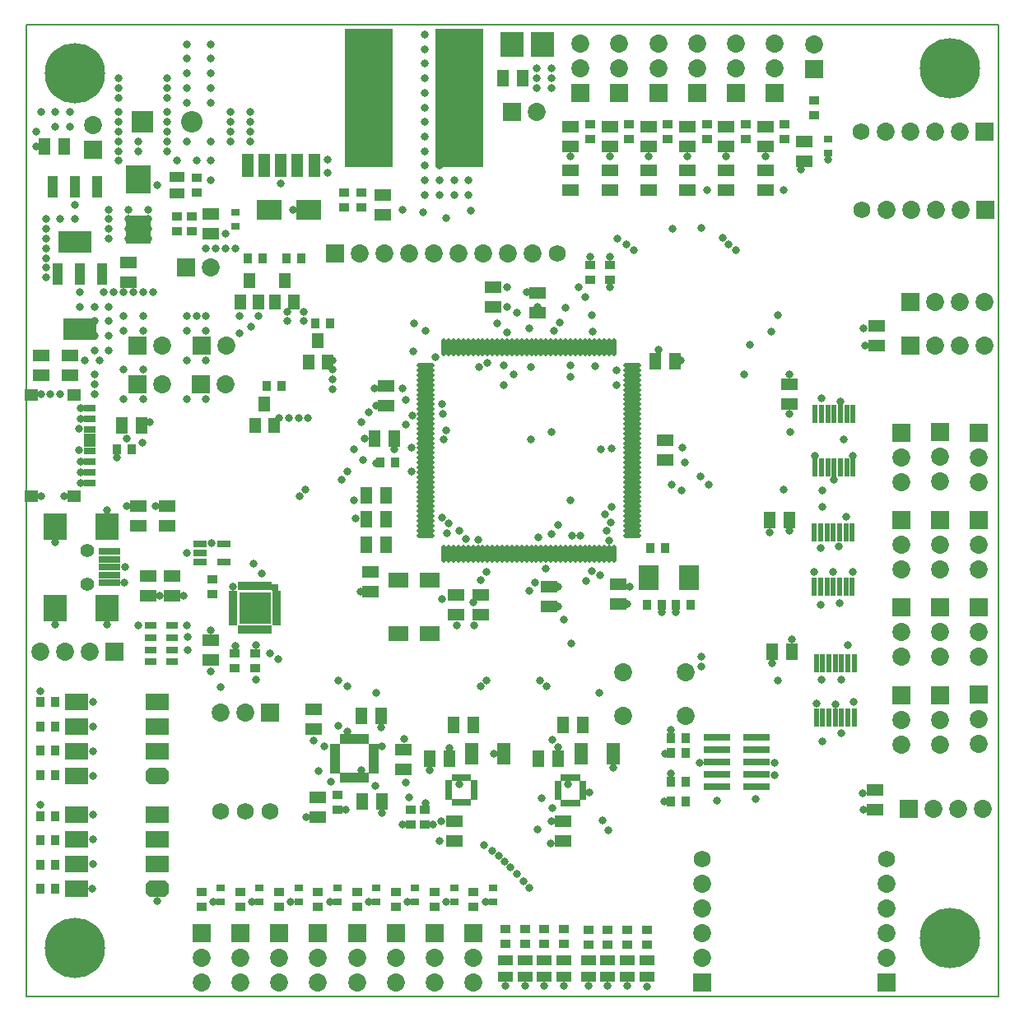
<source format=gts>
%FSLAX25Y25*%
%MOIN*%
G70*
G01*
G75*
G04 Layer_Color=8388736*
%ADD10R,0.06000X0.04000*%
%ADD11R,0.04000X0.06000*%
%ADD12R,0.08701X0.09252*%
%ADD13R,0.09252X0.10906*%
%ADD14R,0.05000X0.08000*%
%ADD15R,0.02799X0.03201*%
%ADD16R,0.04900X0.02200*%
%ADD17R,0.05118X0.03347*%
%ADD18R,0.02756X0.02362*%
%ADD19R,0.09449X0.07087*%
%ADD20R,0.07874X0.01969*%
%ADD21R,0.08661X0.09843*%
%ADD22R,0.04000X0.02000*%
%ADD23R,0.04700X0.04100*%
%ADD24R,0.11024X0.02953*%
%ADD25R,0.18701X0.55118*%
%ADD26R,0.01181X0.01772*%
%ADD27R,0.01772X0.01181*%
%ADD28R,0.01378X0.03150*%
%ADD29R,0.03150X0.01378*%
%ADD30R,0.04331X0.02362*%
%ADD31R,0.03201X0.02799*%
G04:AMPARAMS|DCode=32|XSize=60mil|YSize=85mil|CornerRadius=0mil|HoleSize=0mil|Usage=FLASHONLY|Rotation=90.000|XOffset=0mil|YOffset=0mil|HoleType=Round|Shape=Octagon|*
%AMOCTAGOND32*
4,1,8,-0.04250,-0.01500,-0.04250,0.01500,-0.02750,0.03000,0.02750,0.03000,0.04250,0.01500,0.04250,-0.01500,0.02750,-0.03000,-0.02750,-0.03000,-0.04250,-0.01500,0.0*
%
%ADD32OCTAGOND32*%

%ADD33R,0.08500X0.06000*%
%ADD34R,0.03937X0.05512*%
%ADD35R,0.01142X0.02756*%
%ADD36R,0.11811X0.11811*%
%ADD37R,0.02756X0.01142*%
%ADD38R,0.01772X0.01772*%
%ADD39R,0.03543X0.08268*%
%ADD40R,0.12992X0.08268*%
%ADD41R,0.04213X0.08504*%
%ADD42R,0.01181X0.06496*%
%ADD43R,0.07480X0.05118*%
%ADD44R,0.07480X0.09449*%
%ADD45O,0.01181X0.06496*%
%ADD46O,0.06496X0.01181*%
%ADD47C,0.00787*%
%ADD48C,0.03937*%
%ADD49R,0.23622X0.07874*%
%ADD50R,0.25591X0.07874*%
%ADD51R,0.06299X0.01181*%
%ADD52R,0.18504X0.00394*%
%ADD53R,0.03150X0.03150*%
%ADD54R,0.21654X0.00787*%
%ADD55R,0.11811X0.03937*%
%ADD56R,0.15748X0.09843*%
%ADD57R,0.03937X0.12205*%
%ADD58R,0.12992X0.16535*%
%ADD59R,0.14961X0.24803*%
%ADD60R,0.29528X0.12598*%
%ADD61R,0.00787X0.07874*%
%ADD62R,0.06299X0.13779*%
%ADD63R,0.17717X0.07874*%
%ADD64R,0.08268X0.18898*%
%ADD65R,0.24803X0.18898*%
%ADD66R,0.24803X0.00787*%
%ADD67R,0.06299X0.07087*%
%ADD68R,0.05512X0.07480*%
%ADD69R,0.52362X0.07480*%
%ADD70R,0.19685X0.07874*%
%ADD71R,0.11417X0.11417*%
%ADD72R,0.08268X0.07480*%
%ADD73R,0.01575X0.00394*%
%ADD74R,0.30315X0.16929*%
%ADD75R,0.09843X0.13779*%
%ADD76R,0.06299X0.15748*%
%ADD77R,0.20079X0.08661*%
%ADD78R,0.14173X0.44488*%
%ADD79R,0.12992X0.43307*%
%ADD80R,0.27559X0.29528*%
%ADD81R,0.16929X0.29528*%
%ADD82R,0.16535X0.05512*%
%ADD83R,0.09449X0.09843*%
%ADD84R,0.12205X0.18898*%
%ADD85R,0.01969X0.11024*%
%ADD86R,0.00787X0.11024*%
%ADD87R,0.05906X0.21654*%
%ADD88R,0.07874X0.03937*%
%ADD89R,0.42520X0.07520*%
%ADD90R,0.32795X0.20000*%
%ADD91C,0.06500*%
%ADD92R,0.06500X0.06500*%
%ADD93C,0.06000*%
%ADD94R,0.06500X0.06500*%
%ADD95R,0.07874X0.07874*%
%ADD96C,0.07874*%
%ADD97C,0.02362*%
%ADD98C,0.23622*%
%ADD99C,0.04724*%
%ADD100C,0.04000*%
%ADD101C,0.08000*%
%ADD102C,0.07000*%
G04:AMPARAMS|DCode=103|XSize=90mil|YSize=90mil|CornerRadius=0mil|HoleSize=0mil|Usage=FLASHONLY|Rotation=0.000|XOffset=0mil|YOffset=0mil|HoleType=Round|Shape=Relief|Width=10mil|Gap=10mil|Entries=4|*
%AMTHD103*
7,0,0,0.09000,0.07000,0.01000,45*
%
%ADD103THD103*%
G04:AMPARAMS|DCode=104|XSize=100mil|YSize=100mil|CornerRadius=0mil|HoleSize=0mil|Usage=FLASHONLY|Rotation=0.000|XOffset=0mil|YOffset=0mil|HoleType=Round|Shape=Relief|Width=10mil|Gap=10mil|Entries=4|*
%AMTHD104*
7,0,0,0.10000,0.08000,0.01000,45*
%
%ADD104THD104*%
%ADD105C,0.09118*%
G04:AMPARAMS|DCode=106|XSize=111.181mil|YSize=111.181mil|CornerRadius=0mil|HoleSize=0mil|Usage=FLASHONLY|Rotation=0.000|XOffset=0mil|YOffset=0mil|HoleType=Round|Shape=Relief|Width=10mil|Gap=10mil|Entries=4|*
%AMTHD106*
7,0,0,0.11118,0.09118,0.01000,45*
%
%ADD106THD106*%
G04:AMPARAMS|DCode=107|XSize=99.37mil|YSize=99.37mil|CornerRadius=0mil|HoleSize=0mil|Usage=FLASHONLY|Rotation=0.000|XOffset=0mil|YOffset=0mil|HoleType=Round|Shape=Relief|Width=10mil|Gap=10mil|Entries=4|*
%AMTHD107*
7,0,0,0.09937,0.07937,0.01000,45*
%
%ADD107THD107*%
%ADD108C,0.07937*%
%ADD109C,0.04984*%
G04:AMPARAMS|DCode=110|XSize=69.843mil|YSize=69.843mil|CornerRadius=0mil|HoleSize=0mil|Usage=FLASHONLY|Rotation=0.000|XOffset=0mil|YOffset=0mil|HoleType=Round|Shape=Relief|Width=10mil|Gap=10mil|Entries=4|*
%AMTHD110*
7,0,0,0.06984,0.04984,0.01000,45*
%
%ADD110THD110*%
G04:AMPARAMS|DCode=111|XSize=178.11mil|YSize=178.11mil|CornerRadius=0mil|HoleSize=0mil|Usage=FLASHONLY|Rotation=0.000|XOffset=0mil|YOffset=0mil|HoleType=Round|Shape=Relief|Width=10mil|Gap=10mil|Entries=4|*
%AMTHD111*
7,0,0,0.17811,0.15811,0.01000,45*
%
%ADD111THD111*%
%ADD112C,0.07543*%
%ADD113C,0.15811*%
%ADD114C,0.01000*%
%ADD115C,0.00984*%
%ADD116C,0.02362*%
%ADD117C,0.00500*%
%ADD118C,0.00600*%
%ADD119C,0.00394*%
%ADD120C,0.01181*%
%ADD121C,0.00200*%
%ADD122C,0.00591*%
%ADD123R,0.01968X0.02953*%
%ADD124R,0.06299X0.00394*%
%ADD125R,0.07087X0.08268*%
%ADD126R,0.06800X0.04800*%
%ADD127R,0.04800X0.06800*%
%ADD128R,0.09501X0.10052*%
%ADD129R,0.10052X0.11706*%
%ADD130R,0.05800X0.08800*%
%ADD131R,0.03599X0.04001*%
%ADD132R,0.05700X0.03000*%
%ADD133R,0.05918X0.04147*%
%ADD134R,0.03556X0.03162*%
%ADD135R,0.10249X0.07887*%
%ADD136R,0.08674X0.02769*%
%ADD137R,0.09461X0.10642*%
%ADD138R,0.04800X0.02800*%
%ADD139R,0.05500X0.04900*%
%ADD140R,0.19501X0.55918*%
%ADD141R,0.01981X0.02572*%
%ADD142R,0.02572X0.01981*%
%ADD143R,0.02178X0.03950*%
%ADD144R,0.03950X0.02178*%
%ADD145R,0.05131X0.03162*%
%ADD146R,0.04001X0.03599*%
G04:AMPARAMS|DCode=147|XSize=68mil|YSize=93mil|CornerRadius=0mil|HoleSize=0mil|Usage=FLASHONLY|Rotation=90.000|XOffset=0mil|YOffset=0mil|HoleType=Round|Shape=Octagon|*
%AMOCTAGOND147*
4,1,8,-0.04650,-0.01700,-0.04650,0.01700,-0.02950,0.03400,0.02950,0.03400,0.04650,0.01700,0.04650,-0.01700,0.02950,-0.03400,-0.02950,-0.03400,-0.04650,-0.01700,0.0*
%
%ADD147OCTAGOND147*%

%ADD148R,0.09300X0.06800*%
%ADD149R,0.04737X0.06312*%
%ADD150R,0.01942X0.03556*%
%ADD151R,0.12611X0.12611*%
%ADD152R,0.03556X0.01942*%
%ADD153R,0.02572X0.02572*%
%ADD154R,0.04343X0.09068*%
%ADD155R,0.13792X0.09068*%
%ADD156R,0.05013X0.09304*%
%ADD157R,0.01981X0.07296*%
%ADD158R,0.08280X0.05918*%
%ADD159R,0.08280X0.10249*%
%ADD160O,0.01981X0.07296*%
%ADD161O,0.07296X0.01981*%
%ADD162C,0.07300*%
%ADD163R,0.07300X0.07300*%
%ADD164C,0.06800*%
%ADD165R,0.07300X0.07300*%
%ADD166R,0.08674X0.08674*%
%ADD167C,0.08674*%
%ADD168C,0.03162*%
%ADD169C,0.24422*%
%ADD170C,0.05524*%
D24*
X295669Y85039D02*
D03*
X279669D02*
D03*
X295669Y90039D02*
D03*
X279669D02*
D03*
X295669Y95039D02*
D03*
X279669D02*
D03*
X295669Y100039D02*
D03*
X279669D02*
D03*
X295669Y105039D02*
D03*
X279669D02*
D03*
D47*
X0Y0D02*
Y393701D01*
X393701D01*
Y0D02*
Y393701D01*
X0Y0D02*
X393701D01*
D126*
X49213Y162535D02*
D03*
Y170535D02*
D03*
X59055Y162535D02*
D03*
Y170535D02*
D03*
X344488Y271717D02*
D03*
Y263717D02*
D03*
X45276Y198882D02*
D03*
Y190882D02*
D03*
X57087D02*
D03*
Y198882D02*
D03*
X343701Y83858D02*
D03*
Y75858D02*
D03*
X220472Y334709D02*
D03*
Y326709D02*
D03*
X236220Y334709D02*
D03*
Y326709D02*
D03*
X220472Y344425D02*
D03*
Y352425D02*
D03*
X236220Y344425D02*
D03*
Y352425D02*
D03*
X251969Y334709D02*
D03*
Y326709D02*
D03*
X267717Y334709D02*
D03*
Y326709D02*
D03*
X251969Y344425D02*
D03*
Y352425D02*
D03*
X267717Y344488D02*
D03*
Y352488D02*
D03*
X283465Y334709D02*
D03*
Y326709D02*
D03*
X299213Y334709D02*
D03*
Y326709D02*
D03*
X283465Y344425D02*
D03*
Y352425D02*
D03*
X299213Y344425D02*
D03*
Y352425D02*
D03*
X17717Y251906D02*
D03*
Y259906D02*
D03*
X41339Y297307D02*
D03*
Y289307D02*
D03*
X5906Y259906D02*
D03*
Y251906D02*
D03*
X74803Y308992D02*
D03*
Y316992D02*
D03*
X144488Y316866D02*
D03*
Y324866D02*
D03*
X309055Y248158D02*
D03*
Y240158D02*
D03*
X116397Y108430D02*
D03*
Y116430D02*
D03*
X118110Y72772D02*
D03*
Y80772D02*
D03*
X152756Y100126D02*
D03*
Y92126D02*
D03*
X74803Y136551D02*
D03*
Y144551D02*
D03*
X314961Y338520D02*
D03*
Y346520D02*
D03*
X217409Y62929D02*
D03*
Y70929D02*
D03*
X173228Y62929D02*
D03*
Y70929D02*
D03*
X174016Y154661D02*
D03*
Y162661D02*
D03*
X145669Y247307D02*
D03*
Y239307D02*
D03*
X183858Y162661D02*
D03*
Y154661D02*
D03*
X211811Y166205D02*
D03*
Y158205D02*
D03*
X239764Y166992D02*
D03*
Y158992D02*
D03*
X258661Y225260D02*
D03*
Y217260D02*
D03*
X207087Y277102D02*
D03*
Y285102D02*
D03*
X188976Y279465D02*
D03*
Y287465D02*
D03*
X139370Y164047D02*
D03*
Y172047D02*
D03*
D127*
X38520Y231496D02*
D03*
X46520D02*
D03*
X7417Y344488D02*
D03*
X15417D02*
D03*
X200850Y372047D02*
D03*
X192850D02*
D03*
X301118Y192913D02*
D03*
X309118D02*
D03*
X301906Y139764D02*
D03*
X309906D02*
D03*
X144157Y79134D02*
D03*
X136157D02*
D03*
X143764Y113779D02*
D03*
X135764D02*
D03*
X207504Y96457D02*
D03*
X215504D02*
D03*
X225346Y110236D02*
D03*
X217346D02*
D03*
X163323Y96457D02*
D03*
X171323D02*
D03*
X181165Y110236D02*
D03*
X173165D02*
D03*
X148945Y225984D02*
D03*
X140945D02*
D03*
X254661Y257283D02*
D03*
X262662D02*
D03*
X145732Y193307D02*
D03*
X137732D02*
D03*
Y183071D02*
D03*
X145732D02*
D03*
X137732Y203150D02*
D03*
X145732D02*
D03*
D128*
X208917Y385827D02*
D03*
X196595D02*
D03*
D129*
X45276Y330984D02*
D03*
Y310748D02*
D03*
D130*
X237689Y98425D02*
D03*
X224689D02*
D03*
X193508D02*
D03*
X180508D02*
D03*
D131*
X269142Y158661D02*
D03*
X263142D02*
D03*
X251331D02*
D03*
X257331D02*
D03*
X89520Y299213D02*
D03*
X95520D02*
D03*
X97197Y247244D02*
D03*
X103197D02*
D03*
X105268Y299213D02*
D03*
X111268D02*
D03*
X116882Y272835D02*
D03*
X122882D02*
D03*
X11661Y73228D02*
D03*
X5661D02*
D03*
X11661Y63386D02*
D03*
X5661D02*
D03*
X11661Y53543D02*
D03*
X5661D02*
D03*
X11661Y43701D02*
D03*
X5661D02*
D03*
X11661Y119291D02*
D03*
X5661D02*
D03*
X11661Y109449D02*
D03*
X5661D02*
D03*
X11661Y99606D02*
D03*
X5661D02*
D03*
X11661Y89764D02*
D03*
X5661D02*
D03*
X36614Y221654D02*
D03*
X42614D02*
D03*
X261173Y104724D02*
D03*
X267173D02*
D03*
Y98819D02*
D03*
X261173D02*
D03*
X267173Y87008D02*
D03*
X261173D02*
D03*
Y79134D02*
D03*
X267173D02*
D03*
X149457Y216535D02*
D03*
X143457D02*
D03*
X252512Y181890D02*
D03*
X258512D02*
D03*
D132*
X70221Y179715D02*
D03*
Y175965D02*
D03*
Y183465D02*
D03*
X79921Y175965D02*
D03*
Y183465D02*
D03*
D133*
X251181Y7972D02*
D03*
Y14862D02*
D03*
X243307Y7972D02*
D03*
Y14862D02*
D03*
X235433Y7972D02*
D03*
Y14862D02*
D03*
X227559Y7972D02*
D03*
Y14862D02*
D03*
X217717Y7972D02*
D03*
Y14862D02*
D03*
X209842Y7972D02*
D03*
Y14862D02*
D03*
X201969Y7972D02*
D03*
Y14862D02*
D03*
X194095Y7972D02*
D03*
Y14862D02*
D03*
X61024Y325295D02*
D03*
Y332185D02*
D03*
D134*
X84646Y312165D02*
D03*
Y317756D02*
D03*
X141732Y38543D02*
D03*
Y44134D02*
D03*
X157480Y38543D02*
D03*
Y44134D02*
D03*
X173228Y38543D02*
D03*
Y44134D02*
D03*
X188976Y38543D02*
D03*
Y44134D02*
D03*
X125984Y38543D02*
D03*
Y44134D02*
D03*
X110236Y38543D02*
D03*
Y44134D02*
D03*
X94488Y38543D02*
D03*
Y44134D02*
D03*
X78740Y38543D02*
D03*
Y44134D02*
D03*
X324803Y341693D02*
D03*
Y347283D02*
D03*
D135*
X114370Y318898D02*
D03*
X98228D02*
D03*
D136*
X33661Y180315D02*
D03*
Y177165D02*
D03*
Y174016D02*
D03*
Y170866D02*
D03*
Y167717D02*
D03*
D137*
X32677Y190551D02*
D03*
X11811D02*
D03*
Y157480D02*
D03*
X32677D02*
D03*
D138*
X25788Y229823D02*
D03*
Y224114D02*
D03*
Y221162D02*
D03*
Y238484D02*
D03*
Y208170D02*
D03*
Y234154D02*
D03*
Y212500D02*
D03*
Y226870D02*
D03*
Y216831D02*
D03*
D139*
X19489Y243898D02*
D03*
X1969D02*
D03*
Y202756D02*
D03*
X19489D02*
D03*
D140*
X175197Y364173D02*
D03*
X138780D02*
D03*
D141*
X217409Y78543D02*
D03*
X219378D02*
D03*
X221346D02*
D03*
X223315D02*
D03*
Y88583D02*
D03*
X221346D02*
D03*
X219378D02*
D03*
X217409D02*
D03*
X173228Y78740D02*
D03*
X175197D02*
D03*
X177165D02*
D03*
X179134D02*
D03*
Y88780D02*
D03*
X177165D02*
D03*
X175197D02*
D03*
X173228D02*
D03*
D142*
X225382Y80610D02*
D03*
Y82579D02*
D03*
Y84547D02*
D03*
Y86516D02*
D03*
X215343D02*
D03*
Y84547D02*
D03*
Y82579D02*
D03*
Y80610D02*
D03*
X181201Y80807D02*
D03*
Y82776D02*
D03*
Y84744D02*
D03*
Y86713D02*
D03*
X171161D02*
D03*
Y84744D02*
D03*
Y82776D02*
D03*
Y80807D02*
D03*
D143*
X127953Y104331D02*
D03*
X129921D02*
D03*
X131890D02*
D03*
X133858D02*
D03*
X135827D02*
D03*
X137795D02*
D03*
Y88583D02*
D03*
X135827D02*
D03*
X133858D02*
D03*
X131890D02*
D03*
X129921D02*
D03*
X127953D02*
D03*
D144*
X140748Y101378D02*
D03*
Y99409D02*
D03*
Y97441D02*
D03*
Y95472D02*
D03*
Y93504D02*
D03*
Y91535D02*
D03*
X125000D02*
D03*
Y93504D02*
D03*
Y95472D02*
D03*
Y97441D02*
D03*
Y99409D02*
D03*
Y101378D02*
D03*
D145*
X59055Y135630D02*
D03*
Y140551D02*
D03*
Y145472D02*
D03*
Y150394D02*
D03*
X50394Y135630D02*
D03*
Y140551D02*
D03*
Y145472D02*
D03*
Y150394D02*
D03*
D146*
X75197Y169142D02*
D03*
Y163142D02*
D03*
X251181Y21016D02*
D03*
Y27016D02*
D03*
X243307Y21016D02*
D03*
Y27016D02*
D03*
X235433Y21016D02*
D03*
Y27016D02*
D03*
X228346Y347394D02*
D03*
Y353394D02*
D03*
X244094Y347394D02*
D03*
Y353394D02*
D03*
X227559Y21016D02*
D03*
Y27016D02*
D03*
X217717Y21260D02*
D03*
Y27260D02*
D03*
X209842Y21260D02*
D03*
Y27260D02*
D03*
X201969Y21260D02*
D03*
Y27260D02*
D03*
X259843Y347394D02*
D03*
Y353394D02*
D03*
X275591Y347394D02*
D03*
Y353394D02*
D03*
X194095Y21260D02*
D03*
Y27260D02*
D03*
X291339Y347394D02*
D03*
Y353394D02*
D03*
X307087Y347394D02*
D03*
Y353394D02*
D03*
X68898Y331740D02*
D03*
Y325740D02*
D03*
X61024Y315992D02*
D03*
Y309992D02*
D03*
X66929D02*
D03*
Y315992D02*
D03*
X128740Y319835D02*
D03*
Y325835D02*
D03*
X135827D02*
D03*
Y319835D02*
D03*
X133858Y36370D02*
D03*
Y42370D02*
D03*
X149606Y36370D02*
D03*
Y42370D02*
D03*
X165354Y36370D02*
D03*
Y42370D02*
D03*
X181102Y36370D02*
D03*
Y42370D02*
D03*
X118110Y36370D02*
D03*
Y42370D02*
D03*
X102362Y36370D02*
D03*
Y42370D02*
D03*
X86614Y36370D02*
D03*
Y42370D02*
D03*
X70866Y36370D02*
D03*
Y42370D02*
D03*
X92775Y139052D02*
D03*
Y133052D02*
D03*
X84507Y139052D02*
D03*
Y133052D02*
D03*
X155512Y69835D02*
D03*
Y75835D02*
D03*
X161417Y69835D02*
D03*
Y75835D02*
D03*
X228346Y296307D02*
D03*
Y290307D02*
D03*
X236221Y296307D02*
D03*
Y290307D02*
D03*
X125984Y75740D02*
D03*
Y81740D02*
D03*
X318898Y357236D02*
D03*
Y363236D02*
D03*
D147*
X52973Y43701D02*
D03*
X52973Y89449D02*
D03*
D148*
X52973Y53701D02*
D03*
Y63701D02*
D03*
Y73701D02*
D03*
X20472D02*
D03*
Y63701D02*
D03*
Y53701D02*
D03*
Y43701D02*
D03*
X52973Y99449D02*
D03*
Y109449D02*
D03*
Y119449D02*
D03*
X20472D02*
D03*
Y109449D02*
D03*
Y99449D02*
D03*
Y89449D02*
D03*
D149*
X86614Y281496D02*
D03*
X94094D02*
D03*
X90354Y290157D02*
D03*
X92717Y231496D02*
D03*
X100197D02*
D03*
X96457Y240157D02*
D03*
X100787Y281496D02*
D03*
X108268D02*
D03*
X104528Y290157D02*
D03*
X114370Y257087D02*
D03*
X121850D02*
D03*
X118110Y265748D02*
D03*
D150*
X98425Y166339D02*
D03*
Y148622D02*
D03*
X96457D02*
D03*
X94488D02*
D03*
X92520D02*
D03*
X90551D02*
D03*
X88583D02*
D03*
X86614D02*
D03*
X96457Y166339D02*
D03*
X94488D02*
D03*
X92520D02*
D03*
X90551D02*
D03*
X88583D02*
D03*
X86614D02*
D03*
D151*
X92520Y157480D02*
D03*
D152*
X101378Y151575D02*
D03*
Y153543D02*
D03*
Y155512D02*
D03*
Y157480D02*
D03*
Y159449D02*
D03*
Y161417D02*
D03*
Y163386D02*
D03*
X83662Y151575D02*
D03*
Y153543D02*
D03*
Y155512D02*
D03*
Y157480D02*
D03*
Y159449D02*
D03*
Y161417D02*
D03*
Y163386D02*
D03*
D153*
X100787Y165748D02*
D03*
D154*
X28740Y328150D02*
D03*
X19685D02*
D03*
X10630D02*
D03*
X30709Y292717D02*
D03*
X21654D02*
D03*
X12598D02*
D03*
D155*
X19685Y305709D02*
D03*
X21654Y270276D02*
D03*
D156*
X89764Y336614D02*
D03*
X96457D02*
D03*
X103150D02*
D03*
X109843D02*
D03*
X116535D02*
D03*
D157*
X319488Y214272D02*
D03*
X322047D02*
D03*
X324606D02*
D03*
X327165D02*
D03*
X329724D02*
D03*
X332284D02*
D03*
X334843D02*
D03*
X319488Y236122D02*
D03*
X322047D02*
D03*
X324606D02*
D03*
X327165D02*
D03*
X329724D02*
D03*
X332284D02*
D03*
X334843D02*
D03*
X319095Y166240D02*
D03*
X321654D02*
D03*
X324213D02*
D03*
X326772D02*
D03*
X329331D02*
D03*
X331890D02*
D03*
X334449D02*
D03*
X319095Y188091D02*
D03*
X321654D02*
D03*
X324213D02*
D03*
X326772D02*
D03*
X329331D02*
D03*
X331890D02*
D03*
X334449D02*
D03*
X319882Y113091D02*
D03*
X322441D02*
D03*
X325000D02*
D03*
X327559D02*
D03*
X330118D02*
D03*
X332677D02*
D03*
X335236D02*
D03*
X319882Y134941D02*
D03*
X322441D02*
D03*
X325000D02*
D03*
X327559D02*
D03*
X330118D02*
D03*
X332677D02*
D03*
X335236D02*
D03*
D158*
X163386Y168701D02*
D03*
Y147047D02*
D03*
X150787D02*
D03*
Y168701D02*
D03*
D159*
X268307Y169685D02*
D03*
X252165D02*
D03*
D160*
X169094Y262992D02*
D03*
X171063D02*
D03*
X173032D02*
D03*
X175000D02*
D03*
X176969D02*
D03*
X178937D02*
D03*
X180906D02*
D03*
X182874D02*
D03*
X184843D02*
D03*
X186811D02*
D03*
X188780D02*
D03*
X190748D02*
D03*
X192717D02*
D03*
X194685D02*
D03*
X196654D02*
D03*
X198622D02*
D03*
X200591D02*
D03*
X202559D02*
D03*
X204528D02*
D03*
X206496D02*
D03*
X208465D02*
D03*
X210433D02*
D03*
X212402D02*
D03*
X214370D02*
D03*
X216339D02*
D03*
X218307D02*
D03*
X220276D02*
D03*
X222244D02*
D03*
X224213D02*
D03*
X226181D02*
D03*
X228150D02*
D03*
X230118D02*
D03*
X232087D02*
D03*
X234055D02*
D03*
X236024D02*
D03*
X237992D02*
D03*
Y179528D02*
D03*
X236024D02*
D03*
X234055D02*
D03*
X232087D02*
D03*
X230118D02*
D03*
X228150D02*
D03*
X226181D02*
D03*
X224213D02*
D03*
X222244D02*
D03*
X220276D02*
D03*
X218307D02*
D03*
X216339D02*
D03*
X214370D02*
D03*
X212402D02*
D03*
X210433D02*
D03*
X208465D02*
D03*
X206496D02*
D03*
X204528D02*
D03*
X202559D02*
D03*
X200591D02*
D03*
X198622D02*
D03*
X196654D02*
D03*
X194685D02*
D03*
X192717D02*
D03*
X190748D02*
D03*
X188780D02*
D03*
X186811D02*
D03*
X184843D02*
D03*
X182874D02*
D03*
X180906D02*
D03*
X178937D02*
D03*
X176969D02*
D03*
X175000D02*
D03*
X173032D02*
D03*
X171063D02*
D03*
X169094D02*
D03*
D161*
X245276Y255709D02*
D03*
Y253740D02*
D03*
Y251772D02*
D03*
Y249803D02*
D03*
Y247835D02*
D03*
Y245866D02*
D03*
Y243898D02*
D03*
Y241929D02*
D03*
Y239961D02*
D03*
Y237992D02*
D03*
Y236024D02*
D03*
Y234055D02*
D03*
Y232087D02*
D03*
Y230118D02*
D03*
Y228150D02*
D03*
Y226181D02*
D03*
Y224213D02*
D03*
Y222244D02*
D03*
Y220276D02*
D03*
Y218307D02*
D03*
Y216339D02*
D03*
Y214370D02*
D03*
Y212402D02*
D03*
Y210433D02*
D03*
Y208465D02*
D03*
Y206496D02*
D03*
Y204528D02*
D03*
Y202559D02*
D03*
Y200591D02*
D03*
Y198622D02*
D03*
Y196654D02*
D03*
Y194685D02*
D03*
Y192717D02*
D03*
Y190748D02*
D03*
Y188780D02*
D03*
Y186811D02*
D03*
X161811D02*
D03*
Y188780D02*
D03*
Y190748D02*
D03*
Y192717D02*
D03*
Y194685D02*
D03*
Y196654D02*
D03*
Y198622D02*
D03*
Y200591D02*
D03*
Y202559D02*
D03*
Y204528D02*
D03*
Y206496D02*
D03*
Y208465D02*
D03*
Y210433D02*
D03*
Y212402D02*
D03*
Y214370D02*
D03*
Y216339D02*
D03*
Y218307D02*
D03*
Y220276D02*
D03*
Y222244D02*
D03*
Y224213D02*
D03*
Y226181D02*
D03*
Y228150D02*
D03*
Y230118D02*
D03*
Y232087D02*
D03*
Y234055D02*
D03*
Y236024D02*
D03*
Y237992D02*
D03*
Y239961D02*
D03*
Y241929D02*
D03*
Y243898D02*
D03*
Y245866D02*
D03*
Y247835D02*
D03*
Y249803D02*
D03*
Y251772D02*
D03*
Y253740D02*
D03*
Y255709D02*
D03*
D162*
X78838Y115028D02*
D03*
X88838D02*
D03*
X55118Y263780D02*
D03*
Y248032D02*
D03*
X80866Y263780D02*
D03*
X367323Y75984D02*
D03*
X377323D02*
D03*
X387323D02*
D03*
X80709Y248032D02*
D03*
X224409Y375984D02*
D03*
Y385984D02*
D03*
X240157Y375984D02*
D03*
Y385984D02*
D03*
X255906Y375984D02*
D03*
Y385984D02*
D03*
X271654Y375984D02*
D03*
Y385984D02*
D03*
X287276Y376142D02*
D03*
Y386142D02*
D03*
X303150Y375984D02*
D03*
Y385984D02*
D03*
X206693Y358268D02*
D03*
X74803Y295276D02*
D03*
X27165Y352913D02*
D03*
X370079Y218661D02*
D03*
Y208661D02*
D03*
X354331Y218504D02*
D03*
Y208504D02*
D03*
X385827Y218504D02*
D03*
Y208504D02*
D03*
X370079Y183071D02*
D03*
Y173071D02*
D03*
X354331Y183071D02*
D03*
Y173071D02*
D03*
X385827Y183071D02*
D03*
Y173071D02*
D03*
X370079Y147795D02*
D03*
Y137795D02*
D03*
X354331Y147638D02*
D03*
Y137638D02*
D03*
X385827Y147638D02*
D03*
Y137638D02*
D03*
X370079Y112205D02*
D03*
Y102205D02*
D03*
X354331Y112205D02*
D03*
Y102205D02*
D03*
X385827Y112362D02*
D03*
Y102362D02*
D03*
X133858Y15748D02*
D03*
Y5748D02*
D03*
X118110Y15748D02*
D03*
Y5748D02*
D03*
X149606Y15748D02*
D03*
Y5748D02*
D03*
X102362Y15748D02*
D03*
Y5748D02*
D03*
X165354Y15748D02*
D03*
Y5748D02*
D03*
X86614Y15748D02*
D03*
Y5748D02*
D03*
X181102Y15748D02*
D03*
Y5748D02*
D03*
X70866Y15906D02*
D03*
Y5906D02*
D03*
X318898Y385827D02*
D03*
X267126Y131299D02*
D03*
X241535D02*
D03*
X267126Y113583D02*
D03*
X241535D02*
D03*
X367953Y263780D02*
D03*
X377953D02*
D03*
X387953D02*
D03*
X165039Y301181D02*
D03*
X155039Y301181D02*
D03*
X145039D02*
D03*
X135039D02*
D03*
X175039Y301181D02*
D03*
X185039D02*
D03*
X195039D02*
D03*
X205039D02*
D03*
X378425Y318898D02*
D03*
X368425D02*
D03*
X358425D02*
D03*
X348425D02*
D03*
X378110Y350394D02*
D03*
X368110D02*
D03*
X358110D02*
D03*
X348110D02*
D03*
X273622Y15748D02*
D03*
Y25748D02*
D03*
Y35748D02*
D03*
Y45748D02*
D03*
X348425Y15590D02*
D03*
Y25591D02*
D03*
Y35591D02*
D03*
Y45591D02*
D03*
X367953Y281496D02*
D03*
X377953D02*
D03*
X387953D02*
D03*
X25748Y139764D02*
D03*
X15748D02*
D03*
X5748D02*
D03*
D163*
X98838Y115028D02*
D03*
X45118Y263780D02*
D03*
Y248032D02*
D03*
X70866Y263780D02*
D03*
X357323Y75984D02*
D03*
X70709Y248032D02*
D03*
X196693Y358268D02*
D03*
X64803Y295276D02*
D03*
X357953Y263780D02*
D03*
X125039Y301181D02*
D03*
X388425Y318898D02*
D03*
X388110Y350394D02*
D03*
X357953Y281496D02*
D03*
X35748Y139764D02*
D03*
D164*
X78838Y75028D02*
D03*
X88838D02*
D03*
X98838D02*
D03*
X215039Y301181D02*
D03*
X338425Y318898D02*
D03*
X338110Y350394D02*
D03*
X273622Y55748D02*
D03*
X348425Y55590D02*
D03*
D165*
X224409Y365984D02*
D03*
X240157D02*
D03*
X255906D02*
D03*
X271654D02*
D03*
X287276Y366142D02*
D03*
X303150Y365984D02*
D03*
X27165Y342913D02*
D03*
X370079Y228661D02*
D03*
X354331Y228504D02*
D03*
X385827D02*
D03*
X370079Y193071D02*
D03*
X354331D02*
D03*
X385827D02*
D03*
X370079Y157795D02*
D03*
X354331Y157638D02*
D03*
X385827D02*
D03*
X370079Y122205D02*
D03*
X354331D02*
D03*
X385827Y122362D02*
D03*
X133858Y25748D02*
D03*
X118110Y25748D02*
D03*
X149606Y25748D02*
D03*
X102362D02*
D03*
X165354D02*
D03*
X86614D02*
D03*
X181102D02*
D03*
X70866Y25906D02*
D03*
X318898Y375827D02*
D03*
X273622Y5748D02*
D03*
X348425Y5591D02*
D03*
D166*
X47087Y354331D02*
D03*
D167*
X67087D02*
D03*
D168*
X223622Y287402D02*
D03*
X226378Y283465D02*
D03*
X229134Y275984D02*
D03*
X224410Y186614D02*
D03*
X186614Y256693D02*
D03*
X175197Y86213D02*
D03*
X102362Y234252D02*
D03*
X106299D02*
D03*
X110236D02*
D03*
X114173D02*
D03*
X204331Y225590D02*
D03*
Y255118D02*
D03*
X230315Y255512D02*
D03*
X220472Y251181D02*
D03*
X276378Y207480D02*
D03*
X322441Y198425D02*
D03*
X331890Y194488D02*
D03*
X329134Y182283D02*
D03*
X309055Y188583D02*
D03*
X321654Y158661D02*
D03*
X194685Y268985D02*
D03*
X190800Y272900D02*
D03*
X322441Y103543D02*
D03*
X330118Y106890D02*
D03*
X332677Y142520D02*
D03*
X220571Y143209D02*
D03*
X217717Y152756D02*
D03*
X329331Y159252D02*
D03*
X326772Y172047D02*
D03*
X257331Y155661D02*
D03*
X263142Y155661D02*
D03*
X329921Y128347D02*
D03*
X215354Y190945D02*
D03*
X212800Y187300D02*
D03*
X273000Y210600D02*
D03*
X261400Y207400D02*
D03*
X265500Y205000D02*
D03*
X189370Y98425D02*
D03*
X135307Y164047D02*
D03*
X235827Y67323D02*
D03*
X233465Y71260D02*
D03*
X226772Y168504D02*
D03*
X279528Y79528D02*
D03*
X141339Y85433D02*
D03*
X141732Y123228D02*
D03*
X231890D02*
D03*
X210630Y125591D02*
D03*
X207874Y127953D02*
D03*
X208661Y80315D02*
D03*
X212992Y103937D02*
D03*
X215504Y100937D02*
D03*
X229134Y172441D02*
D03*
X213779Y269685D02*
D03*
X266535Y216535D02*
D03*
X273228Y133858D02*
D03*
X303150Y89764D02*
D03*
Y94882D02*
D03*
X273228Y137795D02*
D03*
X272835Y94882D02*
D03*
X258661Y98425D02*
D03*
X203543Y164567D02*
D03*
X205906Y167717D02*
D03*
X212205Y62205D02*
D03*
X210433Y173425D02*
D03*
X239035Y247835D02*
D03*
X170078Y315354D02*
D03*
X179921Y318504D02*
D03*
X152362Y318898D02*
D03*
X141669Y239307D02*
D03*
X152307Y246456D02*
D03*
X165748Y259055D02*
D03*
X161811Y269685D02*
D03*
X157087Y272835D02*
D03*
X92913Y128346D02*
D03*
X244488Y166142D02*
D03*
X232283Y170866D02*
D03*
X338583Y82284D02*
D03*
X207087Y279528D02*
D03*
X202756Y285433D02*
D03*
X182874Y185236D02*
D03*
X212598Y375984D02*
D03*
Y372047D02*
D03*
Y368110D02*
D03*
X206693D02*
D03*
Y372047D02*
D03*
Y375984D02*
D03*
X173228Y330709D02*
D03*
X179134D02*
D03*
Y324803D02*
D03*
X173228D02*
D03*
X167323D02*
D03*
X161417D02*
D03*
X167323Y389764D02*
D03*
Y383858D02*
D03*
Y377953D02*
D03*
Y372047D02*
D03*
Y366142D02*
D03*
Y360236D02*
D03*
Y354331D02*
D03*
Y348425D02*
D03*
Y342520D02*
D03*
Y336614D02*
D03*
Y330709D02*
D03*
X161417D02*
D03*
Y336614D02*
D03*
Y342520D02*
D03*
Y348425D02*
D03*
Y354331D02*
D03*
Y360236D02*
D03*
Y366142D02*
D03*
Y372047D02*
D03*
Y377953D02*
D03*
Y383858D02*
D03*
Y389764D02*
D03*
X5906Y244094D02*
D03*
X9843D02*
D03*
X13780D02*
D03*
X27559D02*
D03*
Y248032D02*
D03*
Y251969D02*
D03*
X31496Y285433D02*
D03*
X35433D02*
D03*
X39370D02*
D03*
X43307D02*
D03*
X47244D02*
D03*
X51181D02*
D03*
X33465Y307087D02*
D03*
Y311024D02*
D03*
Y314961D02*
D03*
Y318898D02*
D03*
X41339Y307087D02*
D03*
Y311024D02*
D03*
Y314961D02*
D03*
Y318898D02*
D03*
X49213D02*
D03*
Y314961D02*
D03*
Y311024D02*
D03*
Y307087D02*
D03*
X82677Y358268D02*
D03*
Y354331D02*
D03*
Y350394D02*
D03*
X90551Y358268D02*
D03*
Y354331D02*
D03*
Y350394D02*
D03*
Y346457D02*
D03*
X74803D02*
D03*
X57087Y342520D02*
D03*
X45276D02*
D03*
X37402D02*
D03*
X45276Y346457D02*
D03*
X37402Y350394D02*
D03*
Y354331D02*
D03*
X57087Y358268D02*
D03*
Y354331D02*
D03*
Y350394D02*
D03*
Y346457D02*
D03*
X37402D02*
D03*
Y358268D02*
D03*
X82677Y346457D02*
D03*
X215291Y166205D02*
D03*
Y158205D02*
D03*
X243370Y158992D02*
D03*
X144004Y101378D02*
D03*
X135827Y91839D02*
D03*
X6000Y202756D02*
D03*
X15457D02*
D03*
X22106Y216831D02*
D03*
X32677Y197154D02*
D03*
X11811Y183949D02*
D03*
Y150878D02*
D03*
X53894Y162535D02*
D03*
X63736D02*
D03*
X40594Y198882D02*
D03*
X52405D02*
D03*
X301118Y188232D02*
D03*
X301906Y135083D02*
D03*
X113429Y72772D02*
D03*
X144157Y74453D02*
D03*
X143764Y109098D02*
D03*
X237689Y92744D02*
D03*
X163323Y91775D02*
D03*
X107964Y318898D02*
D03*
X138673Y38543D02*
D03*
X154421D02*
D03*
X170169D02*
D03*
X185917D02*
D03*
X122925Y38543D02*
D03*
X107177Y38543D02*
D03*
X91429D02*
D03*
X75681Y38543D02*
D03*
X219378Y86016D02*
D03*
X327165Y209342D02*
D03*
X334843Y219201D02*
D03*
X339807Y263717D02*
D03*
X339020Y75858D02*
D03*
X212728Y70929D02*
D03*
X227949Y82579D02*
D03*
X261173Y108006D02*
D03*
Y90289D02*
D03*
X152230Y69835D02*
D03*
X164699D02*
D03*
X129266Y75740D02*
D03*
X39370Y275591D02*
D03*
X47244D02*
D03*
X39370Y269685D02*
D03*
X47244D02*
D03*
X72835Y275591D02*
D03*
X68898D02*
D03*
X64961D02*
D03*
Y269685D02*
D03*
X72835D02*
D03*
X64961Y257874D02*
D03*
X72835D02*
D03*
X47244Y253937D02*
D03*
X39370D02*
D03*
X32677Y150787D02*
D03*
X309906Y144819D02*
D03*
X153154Y104331D02*
D03*
X153543Y86614D02*
D03*
X22106Y212500D02*
D03*
Y234154D02*
D03*
Y208170D02*
D03*
Y238484D02*
D03*
X129921Y212598D02*
D03*
X132677Y221653D02*
D03*
X135827Y232677D02*
D03*
X140945Y246457D02*
D03*
X36614Y218503D02*
D03*
X138582Y236614D02*
D03*
X171260Y100787D02*
D03*
X212992Y76378D02*
D03*
X129921Y107410D02*
D03*
Y125591D02*
D03*
X126378Y109843D02*
D03*
Y127953D02*
D03*
X161811Y78346D02*
D03*
X118504Y91339D02*
D03*
X155118Y80709D02*
D03*
X123228Y87008D02*
D03*
X327559Y118504D02*
D03*
X319882Y118701D02*
D03*
X203543Y270695D02*
D03*
X198819Y277165D02*
D03*
X255906Y262008D02*
D03*
X148945Y221717D02*
D03*
X313779Y335039D02*
D03*
X319488Y219201D02*
D03*
X124016Y257874D02*
D03*
Y253937D02*
D03*
Y250000D02*
D03*
Y246063D02*
D03*
X236024Y184843D02*
D03*
X156693Y261417D02*
D03*
X239173Y253740D02*
D03*
X264961Y257874D02*
D03*
X306693Y205512D02*
D03*
X232677Y221654D02*
D03*
X237008Y222047D02*
D03*
X21260Y221260D02*
D03*
Y229921D02*
D03*
X220866Y186614D02*
D03*
X220300Y255600D02*
D03*
X212800Y228900D02*
D03*
X207400Y186000D02*
D03*
X322200Y205000D02*
D03*
X229500Y269300D02*
D03*
X309358Y228831D02*
D03*
X309055Y251969D02*
D03*
Y236221D02*
D03*
X301575Y269291D02*
D03*
X304331Y127953D02*
D03*
X197244Y251968D02*
D03*
X193400Y255800D02*
D03*
Y247800D02*
D03*
X183500Y255100D02*
D03*
X304330Y275984D02*
D03*
X216142Y273228D02*
D03*
X338976Y270866D02*
D03*
X218504Y279134D02*
D03*
X201969Y4331D02*
D03*
X209842Y4331D02*
D03*
X217717Y4331D02*
D03*
X227559Y4331D02*
D03*
X235433Y4331D02*
D03*
X243307Y4331D02*
D03*
X251181Y3937D02*
D03*
X127559Y209449D02*
D03*
X136221Y217323D02*
D03*
X141732Y216142D02*
D03*
X322047Y128347D02*
D03*
X160630Y317717D02*
D03*
X287402Y302362D02*
D03*
X284252Y304724D02*
D03*
X292913Y264173D02*
D03*
X290551Y251969D02*
D03*
X281890Y307480D02*
D03*
X177953Y185433D02*
D03*
X175197Y188583D02*
D03*
X170472Y187795D02*
D03*
X170866Y191732D02*
D03*
X168504Y194095D02*
D03*
X133465Y193701D02*
D03*
X155905Y212598D02*
D03*
X156102Y222244D02*
D03*
X153543Y241732D02*
D03*
X137008Y225984D02*
D03*
X170079Y229528D02*
D03*
X168701Y236024D02*
D03*
X168504Y240158D02*
D03*
X168898Y225590D02*
D03*
X153543Y231890D02*
D03*
X156299Y235433D02*
D03*
X174409Y150394D02*
D03*
X186220Y172048D02*
D03*
X183858Y168897D02*
D03*
X183858Y125591D02*
D03*
X181496Y150394D02*
D03*
X186221Y127953D02*
D03*
X78838Y125493D02*
D03*
X207087Y67716D02*
D03*
X203543Y44094D02*
D03*
X201181Y46850D02*
D03*
X198819Y49606D02*
D03*
X196063Y52362D02*
D03*
X193701Y54724D02*
D03*
X191339Y57087D02*
D03*
X188583Y59055D02*
D03*
X185433Y61417D02*
D03*
X5661Y77803D02*
D03*
X5661Y123772D02*
D03*
X98819Y138976D02*
D03*
X101968Y136614D02*
D03*
X27008Y119449D02*
D03*
X27165Y109449D02*
D03*
X26929Y99449D02*
D03*
X26851Y89449D02*
D03*
X26850Y73701D02*
D03*
X27087Y63701D02*
D03*
X26929Y53701D02*
D03*
X26772Y43701D02*
D03*
X246063Y302362D02*
D03*
X242913Y304724D02*
D03*
X239370Y307087D02*
D03*
X322047Y242520D02*
D03*
X331102Y225590D02*
D03*
X52973Y38760D02*
D03*
X258268Y79134D02*
D03*
X261614Y311221D02*
D03*
X273228Y311417D02*
D03*
X75000Y183661D02*
D03*
X39764Y167717D02*
D03*
X92913Y142520D02*
D03*
X84646Y142126D02*
D03*
X74803Y131890D02*
D03*
Y148358D02*
D03*
X65354Y140551D02*
D03*
X64961Y150394D02*
D03*
X65354Y145669D02*
D03*
X65148Y179715D02*
D03*
X40157Y174016D02*
D03*
X91929Y175394D02*
D03*
X83662Y166142D02*
D03*
X39370Y242126D02*
D03*
X47244D02*
D03*
X64961D02*
D03*
X72835D02*
D03*
X37402Y338583D02*
D03*
X53150Y328740D02*
D03*
X74803Y330709D02*
D03*
Y338583D02*
D03*
X68898D02*
D03*
X61024D02*
D03*
X64961Y346457D02*
D03*
Y385827D02*
D03*
X74803D02*
D03*
Y379921D02*
D03*
X64961D02*
D03*
Y374016D02*
D03*
X74803D02*
D03*
X64961Y368110D02*
D03*
X74803D02*
D03*
X64961Y362205D02*
D03*
X74803D02*
D03*
X80709Y309055D02*
D03*
X72835Y303150D02*
D03*
X76772D02*
D03*
X80709D02*
D03*
X84646D02*
D03*
X17717Y358268D02*
D03*
Y352362D02*
D03*
X11811Y358268D02*
D03*
Y352362D02*
D03*
X5906Y358268D02*
D03*
X3937Y344488D02*
D03*
X86221Y268898D02*
D03*
Y275590D02*
D03*
X94095D02*
D03*
X90945Y271260D02*
D03*
X112205Y273622D02*
D03*
X105512D02*
D03*
X112205Y277559D02*
D03*
X105512D02*
D03*
X57087Y364173D02*
D03*
Y368110D02*
D03*
Y372047D02*
D03*
X37402Y364173D02*
D03*
Y368110D02*
D03*
Y372047D02*
D03*
X236221Y299606D02*
D03*
X228346Y299606D02*
D03*
X236221Y287402D02*
D03*
X194095Y4331D02*
D03*
X116397Y103682D02*
D03*
X120669Y101378D02*
D03*
X122047Y338976D02*
D03*
Y333858D02*
D03*
X103150Y329528D02*
D03*
X194819Y287465D02*
D03*
X167386Y62929D02*
D03*
X95276Y171260D02*
D03*
X168504Y161024D02*
D03*
X181102Y159906D02*
D03*
X265748Y222441D02*
D03*
X194819Y279465D02*
D03*
X168173Y70929D02*
D03*
X7874Y295276D02*
D03*
Y299213D02*
D03*
Y303150D02*
D03*
Y307087D02*
D03*
Y311024D02*
D03*
Y314961D02*
D03*
X13780D02*
D03*
X19685D02*
D03*
Y320866D02*
D03*
X23622Y257874D02*
D03*
X29528D02*
D03*
X33465Y261811D02*
D03*
Y267717D02*
D03*
Y273622D02*
D03*
X27559D02*
D03*
Y267717D02*
D03*
Y261811D02*
D03*
X33465Y279528D02*
D03*
X27559D02*
D03*
X21654D02*
D03*
Y285433D02*
D03*
X295276Y79921D02*
D03*
X7874Y291339D02*
D03*
X306693Y326772D02*
D03*
X275591Y326772D02*
D03*
X236221Y340551D02*
D03*
X251969D02*
D03*
X267717D02*
D03*
X283465D02*
D03*
X220472D02*
D03*
X299213D02*
D03*
X40551Y225984D02*
D03*
X46850Y224410D02*
D03*
X50000Y232677D02*
D03*
X220472Y201181D02*
D03*
X234251Y195275D02*
D03*
X237008Y198425D02*
D03*
X236614Y192126D02*
D03*
X235039Y188583D02*
D03*
X132677Y201181D02*
D03*
X112992Y205512D02*
D03*
X110630Y202756D02*
D03*
X324803Y338976D02*
D03*
X329724Y241051D02*
D03*
X334646Y172047D02*
D03*
X318898D02*
D03*
X321654Y181890D02*
D03*
X335039Y119291D02*
D03*
X3937Y350394D02*
D03*
X45276Y150394D02*
D03*
D169*
X19685Y19685D02*
D03*
Y374016D02*
D03*
X374016Y375984D02*
D03*
Y23622D02*
D03*
D170*
X24803Y180906D02*
D03*
Y167126D02*
D03*
M02*

</source>
